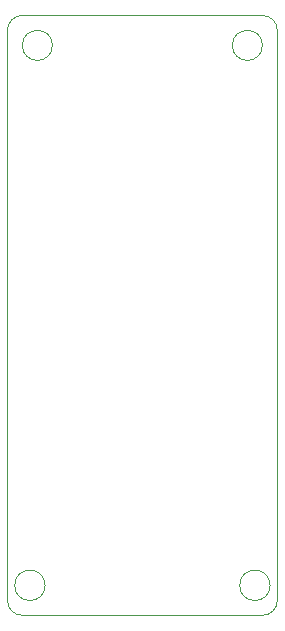
<source format=gbr>
G04 #@! TF.GenerationSoftware,KiCad,Pcbnew,(5.0.2)-1*
G04 #@! TF.CreationDate,2019-06-26T21:02:57-07:00*
G04 #@! TF.ProjectId,D52M Feather Wing,4435324d-2046-4656-9174-686572205769,rev?*
G04 #@! TF.SameCoordinates,Original*
G04 #@! TF.FileFunction,Profile,NP*
%FSLAX46Y46*%
G04 Gerber Fmt 4.6, Leading zero omitted, Abs format (unit mm)*
G04 Created by KiCad (PCBNEW (5.0.2)-1) date 2019-06-26 9:02:57 PM*
%MOMM*%
%LPD*%
G01*
G04 APERTURE LIST*
%ADD10C,0.100000*%
G04 APERTURE END LIST*
D10*
X10811000Y-1270000D02*
G75*
G03X10811000Y-1270000I-1286000J0D01*
G01*
X-8239000Y-1270000D02*
G75*
G03X-8239000Y-1270000I-1286000J0D01*
G01*
X-7620000Y44450000D02*
G75*
G03X-7620000Y44450000I-1270000J0D01*
G01*
X10160000Y44450000D02*
G75*
G03X10160000Y44450000I-1270000J0D01*
G01*
X11430000Y-2540000D02*
X11430000Y45720000D01*
X-10160000Y-3810000D02*
X10160000Y-3810000D01*
X-11430000Y45720000D02*
X-11430000Y-2540000D01*
X10160000Y46990000D02*
X-10160000Y46990000D01*
X10160000Y46990000D02*
G75*
G02X11430000Y45720000I0J-1270000D01*
G01*
X-11430000Y45720000D02*
G75*
G02X-10160000Y46990000I1270000J0D01*
G01*
X-10160000Y-3810000D02*
G75*
G02X-11430000Y-2540000I0J1270000D01*
G01*
X11430000Y-2540000D02*
G75*
G02X10160000Y-3810000I-1270000J0D01*
G01*
M02*

</source>
